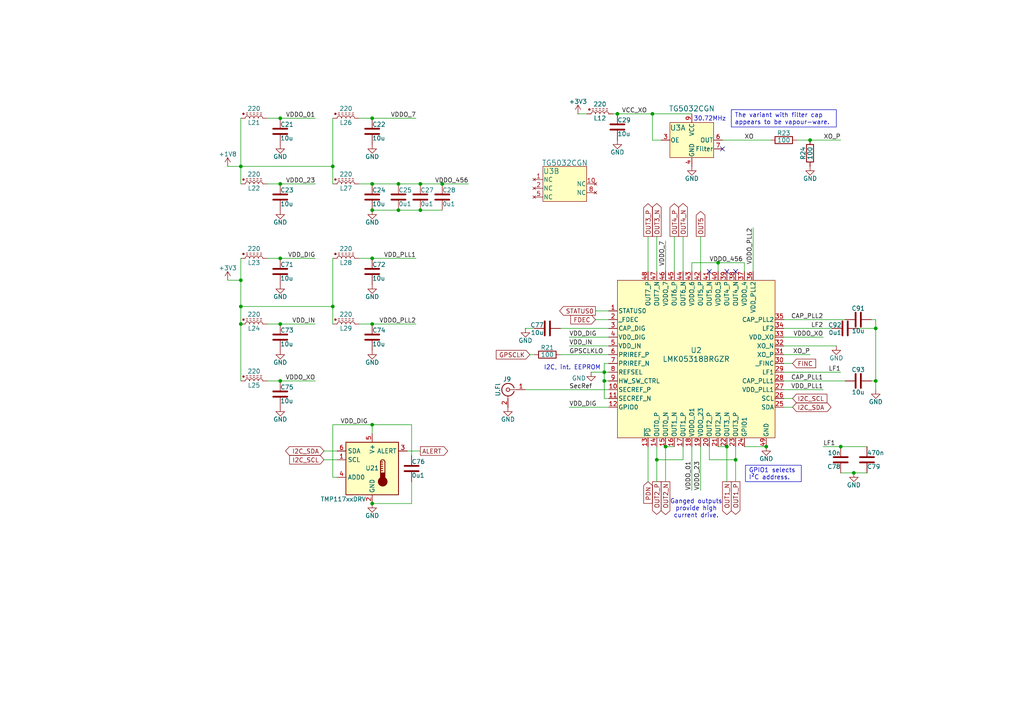
<source format=kicad_sch>
(kicad_sch (version 20250114) (generator "eeschema") (generator_version "9.0")
  (paper "A4")
  (lib_symbols
    (symbol "Connector:Conn_Coaxial" (pin_names (offset 1.016) (hide yes))
      (property "Reference" "J" (at 0.254 3.048 0))
      (property "Value" "Conn_Coaxial" (at 2.921 0 90))
      (symbol "Conn_Coaxial_0_1"
        (polyline (pts (xy -2.54 0) (xy -0.508 0)))
        (arc (start 1.778 0) (mid 0.222 -1.8079) (end -1.778 -0.508) (stroke (width 0.254)))
        (arc (start -1.778 0.508) (mid 0.2221 1.8084) (end 1.778 0) (stroke (width 0.254)))
        (circle (center 0 0) (radius 0.508) (stroke (width 0.2032)))
        (polyline (pts (xy 0 -2.54) (xy 0 -1.778)))
      )
      (symbol "Conn_Coaxial_1_1"
        (pin passive line (at -5.08 0 0) (length 2.54) (name "In") (number "1"))
        (pin passive line (at 0 -5.08 90) (length 2.54) (name "Ext") (number "2"))
      )
    )
    (symbol "Device:C" (pin_numbers (hide yes)) (pin_names (offset 0.254))
      (property "Reference" "C" (at 0.635 2.54 0))
      (property "Value" "C" (at 0.635 -2.54 0))
      (symbol "C_0_1"
        (polyline (pts (xy -2.032 0.762) (xy 2.032 0.762)) (stroke (width 0.508)))
        (polyline (pts (xy -2.032 -0.762) (xy 2.032 -0.762)) (stroke (width 0.508)))
      )
      (symbol "C_1_1"
        (pin passive line (at 0 3.81 270) (length 2.794) (name "~") (number "1"))
        (pin passive line (at 0 -3.81 90) (length 2.794) (name "~") (number "2"))
      )
    )
    (symbol "Device:R" (pin_numbers (hide yes)) (pin_names (offset 0))
      (property "Reference" "R" (at 2.032 0 90))
      (property "Value" "R" (at 0 0 90))
      (symbol "R_0_1"
        (rectangle (start -1.016 -2.54) (end 1.016 2.54) (stroke (width 0.254)))
      )
      (symbol "R_1_1"
        (pin passive line (at 0 3.81 270) (length 1.27) (name "~") (number "1"))
        (pin passive line (at 0 -3.81 90) (length 1.27) (name "~") (number "2"))
      )
    )
    (symbol "Parts:LMK05318BRGZR" (pin_names (offset 0.254))
      (property "Reference" "U" (at 0 2.54 0))
      (property "Value" "LMK05318BRGZR" (at 0 0 0))
      (symbol "LMK05318BRGZR_0_1"
        (pin bidirectional line (at -25.4 13.97 0) (length 2.54) (name "STATUS0") (number "1"))
        (pin power_in line (at -25.4 6.35 0) (length 2.54) (name "VDD_DIG") (number "4"))
        (pin power_in line (at -25.4 3.81 0) (length 2.54) (name "VDD_IN") (number "5"))
        (pin input line (at -25.4 1.27 0) (length 2.54) (name "PRIREF_P") (number "6"))
        (pin input line (at -25.4 -1.27 0) (length 2.54) (name "PRIREF_N") (number "7"))
        (pin input line (at -25.4 -3.81 0) (length 2.54) (name "REFSEL") (number "8"))
        (pin input line (at -25.4 -6.35 0) (length 2.54) (name "HW_SW_CTRL") (number "9"))
        (pin input line (at -25.4 -8.89 0) (length 2.54) (name "SECREF_P") (number "10"))
        (pin input line (at -25.4 -11.43 0) (length 2.54) (name "SECREF_N") (number "11"))
        (pin output line (at -13.97 25.4 270) (length 2.54) (name "OUT7_P") (number "48"))
        (pin output line (at -11.43 25.4 270) (length 2.54) (name "OUT7_N") (number "47"))
        (pin output line (at -11.43 -25.4 90) (length 2.54) (name "OUT0_P") (number "14"))
        (pin power_in line (at -8.89 25.4 270) (length 2.54) (name "VDDO_7") (number "46"))
        (pin output line (at -8.89 -25.4 90) (length 2.54) (name "OUT0_N") (number "15"))
        (pin output line (at -6.35 25.4 270) (length 2.54) (name "OUT6_P") (number "45"))
        (pin output line (at -6.35 -25.4 90) (length 2.54) (name "OUT1_N") (number "16"))
        (pin output line (at -3.81 25.4 270) (length 2.54) (name "OUT6_N") (number "44"))
        (pin output line (at -3.81 -25.4 90) (length 2.54) (name "OUT1_P") (number "17"))
        (pin power_in line (at -1.27 25.4 270) (length 2.54) (name "VDDO_6") (number "43"))
        (pin power_in line (at -1.27 -25.4 90) (length 2.54) (name "VDDO_01") (number "18"))
        (pin output line (at 1.27 25.4 270) (length 2.54) (name "OUT5_P") (number "42"))
        (pin power_in line (at 1.27 -25.4 90) (length 2.54) (name "VDDO_23") (number "19"))
        (pin output line (at 3.81 25.4 270) (length 2.54) (name "OUT5_N") (number "41"))
        (pin output line (at 3.81 -25.4 90) (length 2.54) (name "OUT2_P") (number "20"))
        (pin power_in line (at 6.35 25.4 270) (length 2.54) (name "VDDO_5") (number "40"))
        (pin output line (at 6.35 -25.4 90) (length 2.54) (name "OUT2_N") (number "21"))
        (pin output line (at 8.89 25.4 270) (length 2.54) (name "OUT4_P") (number "39"))
        (pin output line (at 8.89 -25.4 90) (length 2.54) (name "OUT3_N") (number "22"))
        (pin output line (at 11.43 25.4 270) (length 2.54) (name "OUT4_N") (number "38"))
        (pin output line (at 11.43 -25.4 90) (length 2.54) (name "OUT3_P") (number "23"))
        (pin power_in line (at 13.97 25.4 270) (length 2.54) (name "VDDO_4") (number "37"))
        (pin power_in line (at 16.51 25.4 270) (length 2.54) (name "VDD_PLL2") (number "36"))
        (pin power_in line (at 25.4 6.35 180) (length 2.54) (name "VDD_XO") (number "33"))
        (pin input line (at 25.4 3.81 180) (length 2.54) (name "XO_N") (number "32"))
        (pin input line (at 25.4 1.27 180) (length 2.54) (name "XO_P") (number "31"))
        (pin power_in line (at 25.4 -8.89 180) (length 2.54) (name "VDD_PLL1") (number "27"))
      )
      (symbol "LMK05318BRGZR_1_1"
        (rectangle (start -22.86 22.86) (end 22.86 -22.86) (fill (type background)))
        (pin bidirectional line (at -25.4 11.43 0) (length 2.54) (name "STATUS1") (number "2") (alternate "_FDEC" bidirectional line))
        (pin bidirectional line (at -25.4 8.89 0) (length 2.54) (name "CAP_DIG") (number "3"))
        (pin input line (at -25.4 -13.97 0) (length 2.54) (name "GPIO0") (number "12"))
        (pin input line (at -13.97 -25.4 90) (length 2.54) (name "~{PD}") (number "13"))
        (pin bidirectional line (at 13.97 -25.4 90) (length 2.54) (name "GPIO1") (number "24"))
        (pin power_in line (at 20.32 -25.4 90) (length 2.54) (name "GND") (number "49"))
        (pin bidirectional line (at 25.4 11.43 180) (length 2.54) (name "CAP_PLL2") (number "35"))
        (pin bidirectional line (at 25.4 8.89 180) (length 2.54) (name "LF2") (number "34"))
        (pin bidirectional line (at 25.4 -1.27 180) (length 2.54) (name "GPIO2") (number "30") (alternate "_FINC" input line))
        (pin bidirectional line (at 25.4 -3.81 180) (length 2.54) (name "LF1") (number "29"))
        (pin bidirectional line (at 25.4 -6.35 180) (length 2.54) (name "CAP_PLL1") (number "28"))
        (pin input line (at 25.4 -11.43 180) (length 2.54) (name "SCL") (number "26"))
        (pin bidirectional line (at 25.4 -13.97 180) (length 2.54) (name "SDA") (number "25"))
      )
    )
    (symbol "Parts:L_Ferrite_Power" (pin_numbers (hide yes)) (pin_names (offset 1.016) (hide yes))
      (property "Reference" "L" (at -1.27 0 90))
      (property "Value" "L_Ferrite_Power" (at 2.794 0 90))
      (symbol "L_Ferrite_Power_0_1"
        (arc (start 0 2.54) (mid 0.6323 1.905) (end 0 1.27))
        (arc (start 0 1.27) (mid 0.6323 0.635) (end 0 0))
        (arc (start 0 0) (mid 0.6323 -0.635) (end 0 -1.27))
        (arc (start 0 -1.27) (mid 0.6323 -1.905) (end 0 -2.54))
        (polyline (pts (xy 1.016 1.778) (xy 1.016 2.286)))
        (polyline (pts (xy 1.016 0.762) (xy 1.016 1.27)))
        (polyline (pts (xy 1.016 -0.254) (xy 1.016 0.254)))
        (polyline (pts (xy 1.016 -1.27) (xy 1.016 -0.762)))
        (polyline (pts (xy 1.016 -2.286) (xy 1.016 -1.778)))
        (circle (center 1.27 3.048) (radius 0.254) (fill (type outline)))
        (polyline (pts (xy 1.524 2.286) (xy 1.524 1.778)))
        (polyline (pts (xy 1.524 1.27) (xy 1.524 0.762)))
        (polyline (pts (xy 1.524 0.254) (xy 1.524 -0.254)))
        (polyline (pts (xy 1.524 -0.762) (xy 1.524 -1.27)))
        (polyline (pts (xy 1.524 -1.778) (xy 1.524 -2.286)))
      )
      (symbol "L_Ferrite_Power_1_1"
        (pin power_in line (at 0 3.81 270) (length 1.27) (name "1") (number "1"))
        (pin power_out line (at 0 -3.81 90) (length 1.27) (name "2") (number "2"))
      )
    )
    (symbol "Parts:TG5032CGN" (pin_names (offset 0.127))
      (property "Reference" "U?" (at -6.35 4.572 0))
      (property "Value" "TG5032CGN" (at 6.858 6.096 0))
      (symbol "TG5032CGN_1_1"
        (rectangle (start -6.35 5.08) (end 6.35 -5.08) (fill (type background)))
        (pin input line (at -8.89 0 0) (length 2.54) (name "OE") (number "3"))
        (pin power_in line (at 0 7.62 270) (length 2.54) (name "VCC") (number "9"))
        (pin power_in line (at 0 -7.62 90) (length 2.54) (name "GND") (number "4"))
        (pin output line (at 8.89 0 180) (length 2.54) (name "OUT") (number "6"))
        (pin passive line (at 8.89 -2.54 180) (length 2.54) (name "Filter") (number "7"))
      )
      (symbol "TG5032CGN_2_1"
        (rectangle (start -6.35 5.08) (end 6.35 -5.08) (fill (type background)))
        (pin no_connect line (at -8.89 1.27 0) (length 2.54) (name "NC") (number "1"))
        (pin no_connect line (at -8.89 -1.27 0) (length 2.54) (name "NC") (number "2"))
        (pin no_connect line (at -8.89 -3.81 0) (length 2.54) (name "NC") (number "5"))
        (pin no_connect line (at 8.89 0 180) (length 2.54) (name "NC") (number "10"))
        (pin no_connect line (at 8.89 -2.54 180) (length 2.54) (name "NC") (number "8"))
      )
    )
    (symbol "Parts:TMP117xxDRV"
      (property "Reference" "U" (at -2.54 10.795 0))
      (property "Value" "TMP117xxDRV" (at -2.54 8.89 0))
      (symbol "TMP117xxDRV_1_1"
        (rectangle (start -7.62 7.62) (end 7.62 -7.62) (stroke (width 0.254)) (fill (type background)))
        (polyline (pts (xy 2.413 1.905) (xy 2.413 -1.27)) (stroke (width 0.254)))
        (polyline (pts (xy 2.413 1.905) (xy 3.048 1.905)) (stroke (width 0.254)))
        (polyline (pts (xy 2.413 1.27) (xy 3.048 1.27)) (stroke (width 0.254)))
        (polyline (pts (xy 2.413 0.635) (xy 3.048 0.635)) (stroke (width 0.254)))
        (polyline (pts (xy 2.413 0) (xy 3.048 0)) (stroke (width 0.254)))
        (polyline (pts (xy 2.413 -0.635) (xy 3.048 -0.635)) (stroke (width 0.254)))
        (arc (start 2.413 1.905) (mid 3.048 2.5373) (end 3.683 1.905) (stroke (width 0.254)))
        (circle (center 3.048 -3.81) (radius 1.27) (stroke (width 0.254)) (fill (type outline)))
        (polyline (pts (xy 3.683 1.905) (xy 3.683 -1.27)) (stroke (width 0.254)))
        (rectangle (start 3.683 -3.175) (end 2.413 -1.27) (stroke (width 0.254)) (fill (type outline)))
        (pin bidirectional line (at -10.16 5.08 0) (length 2.54) (name "SDA") (number "6"))
        (pin input line (at -10.16 2.54 0) (length 2.54) (name "SCL") (number "1"))
        (pin input line (at -10.16 -2.54 0) (length 2.54) (name "ADD0") (number "4"))
        (pin power_in line (at 0 10.16 270) (length 2.54) (name "V+") (number "5"))
        (pin power_in line (at 0 -10.16 90) (length 2.54) (name "GND") (number "2"))
        (pin passive line (at 0 -10.16 90) (length 2.54) (hide yes) (name "GND") (number "7"))
        (pin open_collector line (at 10.16 5.08 180) (length 2.54) (name "ALERT") (number "3"))
      )
    )
    (symbol "power:+1V8" (power) (pin_numbers (hide yes)) (pin_names (offset 0) (hide yes))
      (property "Value" "+1V8" (at 0 3.556 0))
      (symbol "+1V8_0_1"
        (polyline (pts (xy -0.762 1.27) (xy 0 2.54)))
        (polyline (pts (xy 0 2.54) (xy 0.762 1.27)))
        (polyline (pts (xy 0 0) (xy 0 2.54)))
      )
      (symbol "+1V8_1_1"
        (pin power_in line (at 0 0 90) (length 0) (name "~") (number "1"))
      )
    )
    (symbol "power:+3V3" (power) (pin_numbers (hide yes)) (pin_names (offset 0) (hide yes))
      (property "Value" "+3V3" (at 0 3.556 0))
      (symbol "+3V3_0_1"
        (polyline (pts (xy -0.762 1.27) (xy 0 2.54)))
        (polyline (pts (xy 0 2.54) (xy 0.762 1.27)))
        (polyline (pts (xy 0 0) (xy 0 2.54)))
      )
      (symbol "+3V3_1_1"
        (pin power_in line (at 0 0 90) (length 0) (name "~") (number "1"))
      )
    )
    (symbol "power:GND" (power) (pin_numbers (hide yes)) (pin_names (offset 0) (hide yes))
      (property "Value" "GND" (at 0 -3.81 0))
      (symbol "GND_0_1"
        (polyline (pts (xy 0 0) (xy 0 -1.27) (xy 1.27 -1.27) (xy 0 -2.54) (xy -1.27 -1.27) (xy 0 -1.27)))
      )
      (symbol "GND_1_1"
        (pin power_in line (at 0 0 270) (length 0) (name "~") (number "1"))
      )
    )
  )
  (text "I2C, int. EEPROM" (at 174.244 107.442 0) (effects (font (size 1.27 1.27)) (justify right bottom)))
  (text "Ganged outputs\nprovide high\ncurrent drive.\n" (at 201.93 147.574 0) (effects (font (size 1.27 1.27))))
  (text "30.72MHz" (at 201.168 33.782 0) (effects (font (size 1.27 1.27)) (justify left top)))
  (text_box "GPIO1 selects I²C address." (at 216.2175 134.9319 0) (size 16.1924 4.768) (margins 0.9525 0.9525 0.9525 0.9525) (effects (font (size 1.27 1.27)) (justify left)))
  (text_box "The variant with filter cap appears to be vapour-ware." (at 212.1153 31.8079 0) (size 30.4547 5.0221) (margins 0.9525 0.9525 0.9525 0.9525) (effects (font (size 1.27 1.27)) (justify left)))
  (junction (at 69.85 93.98))
  (junction (at 107.95 53.34))
  (junction (at 190.5 133.35))
  (junction (at 107.95 146.05))
  (junction (at 193.04 129.54))
  (junction (at 107.95 34.29))
  (junction (at 179.07 33.02))
  (junction (at 69.85 48.26))
  (junction (at 107.95 60.96))
  (junction (at 81.28 110.49))
  (junction (at 128.27 53.34))
  (junction (at 81.28 74.93))
  (junction (at 175.26 110.49))
  (junction (at 210.82 129.54))
  (junction (at 247.65 137.16))
  (junction (at 208.28 76.2))
  (junction (at 81.28 34.29))
  (junction (at 189.23 33.02))
  (junction (at 175.26 107.95))
  (junction (at 107.95 74.93))
  (junction (at 213.36 133.35))
  (junction (at 254 95.25))
  (junction (at 96.52 48.26))
  (junction (at 69.85 88.9))
  (junction (at 234.95 40.64))
  (junction (at 121.92 60.96))
  (junction (at 81.28 53.34))
  (junction (at 222.25 129.54))
  (junction (at 115.57 53.34))
  (junction (at 243.84 129.54))
  (junction (at 107.95 123.19))
  (junction (at 81.28 93.98))
  (junction (at 121.92 53.34))
  (junction (at 254 110.49))
  (junction (at 96.52 88.9))
  (junction (at 69.85 81.28))
  (junction (at 115.57 60.96))
  (junction (at 107.95 93.98))
  (no_connect (at 213.36 78.74))
  (no_connect (at 209.55 43.18))
  (no_connect (at 205.74 78.74))
  (no_connect (at 210.82 78.74))
  (wire (pts (xy 189.23 33.02) (xy 200.66 33.02)))
  (wire (pts (xy 208.28 129.54) (xy 210.82 129.54)))
  (wire (pts (xy 69.85 93.98) (xy 69.85 110.49)))
  (wire (pts (xy 66.04 81.28) (xy 69.85 81.28)))
  (wire (pts (xy 96.52 53.34) (xy 96.52 48.26)))
  (wire (pts (xy 104.14 34.29) (xy 107.95 34.29)))
  (wire (pts (xy 200.66 129.54) (xy 200.66 142.24)))
  (wire (pts (xy 172.72 90.17) (xy 176.53 90.17)))
  (wire (pts (xy 96.52 88.9) (xy 69.85 88.9)))
  (wire (pts (xy 231.14 40.64) (xy 234.95 40.64)))
  (wire (pts (xy 162.56 102.87) (xy 176.53 102.87)))
  (wire (pts (xy 121.92 130.81) (xy 118.11 130.81)))
  (wire (pts (xy 121.92 60.96) (xy 128.27 60.96)))
  (wire (pts (xy 227.33 102.87) (xy 234.95 102.87)))
  (wire (pts (xy 96.52 93.98) (xy 96.52 88.9)))
  (wire (pts (xy 189.23 40.64) (xy 189.23 33.02)))
  (wire (pts (xy 190.5 129.54) (xy 190.5 133.35)))
  (wire (pts (xy 81.28 53.34) (xy 91.44 53.34)))
  (wire (pts (xy 77.47 74.93) (xy 81.28 74.93)))
  (wire (pts (xy 198.12 133.35) (xy 198.12 129.54)))
  (wire (pts (xy 81.28 34.29) (xy 91.44 34.29)))
  (wire (pts (xy 195.58 78.74) (xy 195.58 68.58)))
  (wire (pts (xy 107.95 123.19) (xy 119.38 123.19)))
  (wire (pts (xy 66.04 48.26) (xy 69.85 48.26)))
  (wire (pts (xy 252.73 110.49) (xy 254 110.49)))
  (wire (pts (xy 213.36 133.35) (xy 213.36 139.7)))
  (wire (pts (xy 190.5 133.35) (xy 190.5 139.7)))
  (wire (pts (xy 215.9 78.74) (xy 215.9 76.2)))
  (wire (pts (xy 190.5 133.35) (xy 198.12 133.35)))
  (wire (pts (xy 135.89 53.34) (xy 128.27 53.34)))
  (wire (pts (xy 252.73 92.71) (xy 254 92.71)))
  (wire (pts (xy 69.85 74.93) (xy 69.85 81.28)))
  (wire (pts (xy 227.33 113.03) (xy 238.76 113.03)))
  (wire (pts (xy 200.66 76.2) (xy 200.66 78.74)))
  (wire (pts (xy 175.26 107.95) (xy 175.26 110.49)))
  (wire (pts (xy 175.26 115.57) (xy 175.26 110.49)))
  (wire (pts (xy 179.07 33.02) (xy 189.23 33.02)))
  (wire (pts (xy 175.26 110.49) (xy 176.53 110.49)))
  (wire (pts (xy 96.52 123.19) (xy 107.95 123.19)))
  (wire (pts (xy 152.4 113.03) (xy 176.53 113.03)))
  (wire (pts (xy 176.53 97.79) (xy 165.1 97.79)))
  (wire (pts (xy 96.52 138.43) (xy 96.52 123.19)))
  (wire (pts (xy 193.04 129.54) (xy 195.58 129.54)))
  (wire (pts (xy 175.26 107.95) (xy 176.53 107.95)))
  (wire (pts (xy 171.45 107.95) (xy 175.26 107.95)))
  (wire (pts (xy 69.85 88.9) (xy 69.85 93.98)))
  (wire (pts (xy 243.84 137.16) (xy 247.65 137.16)))
  (wire (pts (xy 107.95 34.29) (xy 120.65 34.29)))
  (wire (pts (xy 238.76 129.54) (xy 243.84 129.54)))
  (wire (pts (xy 107.95 60.96) (xy 115.57 60.96)))
  (wire (pts (xy 96.52 34.29) (xy 96.52 48.26)))
  (wire (pts (xy 104.14 53.34) (xy 107.95 53.34)))
  (wire (pts (xy 153.67 102.87) (xy 154.94 102.87)))
  (wire (pts (xy 243.84 129.54) (xy 251.46 129.54)))
  (wire (pts (xy 97.79 138.43) (xy 96.52 138.43)))
  (wire (pts (xy 107.95 74.93) (xy 120.65 74.93)))
  (wire (pts (xy 205.74 129.54) (xy 205.74 133.35)))
  (wire (pts (xy 121.92 53.34) (xy 128.27 53.34)))
  (wire (pts (xy 227.33 95.25) (xy 241.3 95.25)))
  (wire (pts (xy 208.28 78.74) (xy 208.28 76.2)))
  (wire (pts (xy 96.52 74.93) (xy 96.52 88.9)))
  (wire (pts (xy 227.33 110.49) (xy 245.11 110.49)))
  (wire (pts (xy 227.33 97.79) (xy 238.76 97.79)))
  (wire (pts (xy 69.85 48.26) (xy 69.85 53.34)))
  (wire (pts (xy 254 113.03) (xy 254 110.49)))
  (wire (pts (xy 77.47 93.98) (xy 81.28 93.98)))
  (wire (pts (xy 115.57 60.96) (xy 121.92 60.96)))
  (wire (pts (xy 77.47 53.34) (xy 81.28 53.34)))
  (wire (pts (xy 96.52 48.26) (xy 69.85 48.26)))
  (wire (pts (xy 227.33 100.33) (xy 242.57 100.33)))
  (wire (pts (xy 81.28 93.98) (xy 91.44 93.98)))
  (wire (pts (xy 176.53 115.57) (xy 175.26 115.57)))
  (wire (pts (xy 107.95 93.98) (xy 120.65 93.98)))
  (wire (pts (xy 213.36 133.35) (xy 205.74 133.35)))
  (wire (pts (xy 210.82 129.54) (xy 210.82 139.7)))
  (wire (pts (xy 187.96 139.7) (xy 187.96 129.54)))
  (wire (pts (xy 247.65 137.16) (xy 251.46 137.16)))
  (wire (pts (xy 119.38 139.7) (xy 119.38 146.05)))
  (wire (pts (xy 176.53 100.33) (xy 165.1 100.33)))
  (wire (pts (xy 227.33 107.95) (xy 243.84 107.95)))
  (wire (pts (xy 229.87 118.11) (xy 227.33 118.11)))
  (wire (pts (xy 254 92.71) (xy 254 95.25)))
  (wire (pts (xy 254 95.25) (xy 254 110.49)))
  (wire (pts (xy 229.87 115.57) (xy 227.33 115.57)))
  (wire (pts (xy 77.47 110.49) (xy 81.28 110.49)))
  (wire (pts (xy 193.04 129.54) (xy 193.04 139.7)))
  (wire (pts (xy 213.36 129.54) (xy 213.36 133.35)))
  (wire (pts (xy 234.95 40.64) (xy 243.84 40.64)))
  (wire (pts (xy 229.87 105.41) (xy 227.33 105.41)))
  (wire (pts (xy 107.95 123.19) (xy 107.95 125.73)))
  (wire (pts (xy 175.26 105.41) (xy 175.26 107.95)))
  (wire (pts (xy 107.95 53.34) (xy 115.57 53.34)))
  (wire (pts (xy 119.38 123.19) (xy 119.38 132.08)))
  (wire (pts (xy 77.47 34.29) (xy 81.28 34.29)))
  (wire (pts (xy 104.14 93.98) (xy 107.95 93.98)))
  (wire (pts (xy 190.5 78.74) (xy 190.5 68.58)))
  (wire (pts (xy 215.9 129.54) (xy 222.25 129.54)))
  (wire (pts (xy 69.85 34.29) (xy 69.85 48.26)))
  (wire (pts (xy 162.56 95.25) (xy 176.53 95.25)))
  (wire (pts (xy 193.04 78.74) (xy 193.04 69.85)))
  (wire (pts (xy 218.44 78.74) (xy 218.44 66.04)))
  (wire (pts (xy 69.85 81.28) (xy 69.85 88.9)))
  (wire (pts (xy 172.72 92.71) (xy 176.53 92.71)))
  (wire (pts (xy 203.2 68.58) (xy 203.2 78.74)))
  (wire (pts (xy 93.98 133.35) (xy 97.79 133.35)))
  (wire (pts (xy 177.8 33.02) (xy 179.07 33.02)))
  (wire (pts (xy 167.64 33.02) (xy 170.18 33.02)))
  (wire (pts (xy 81.28 74.93) (xy 91.44 74.93)))
  (wire (pts (xy 175.26 105.41) (xy 176.53 105.41)))
  (wire (pts (xy 215.9 76.2) (xy 208.28 76.2)))
  (wire (pts (xy 104.14 74.93) (xy 107.95 74.93)))
  (wire (pts (xy 203.2 129.54) (xy 203.2 142.24)))
  (wire (pts (xy 227.33 92.71) (xy 245.11 92.71)))
  (wire (pts (xy 198.12 78.74) (xy 198.12 68.58)))
  (wire (pts (xy 152.4 95.25) (xy 154.94 95.25)))
  (wire (pts (xy 248.92 95.25) (xy 254 95.25)))
  (wire (pts (xy 81.28 110.49) (xy 91.44 110.49)))
  (wire (pts (xy 165.1 118.11) (xy 176.53 118.11)))
  (wire (pts (xy 187.96 78.74) (xy 187.96 68.58)))
  (wire (pts (xy 115.57 53.34) (xy 121.92 53.34)))
  (wire (pts (xy 189.23 40.64) (xy 191.77 40.64)))
  (wire (pts (xy 209.55 40.64) (xy 223.52 40.64)))
  (wire (pts (xy 200.66 76.2) (xy 208.28 76.2)))
  (wire (pts (xy 107.95 146.05) (xy 119.38 146.05)))
  (wire (pts (xy 93.98 130.81) (xy 97.79 130.81)))
  (label "XO" (at 215.9 40.64 0))
  (label "VDDO_01" (at 200.66 142.24 90))
  (label "LF1" (at 238.76 129.54 0))
  (label "GPSCLKLO" (at 165.1 102.87 0))
  (label "VDDO_23" (at 91.44 53.34 180))
  (label "VDDO_456" (at 135.89 53.34 180))
  (label "VDD_DIG" (at 165.1 97.79 0))
  (label "SecRef" (at 165.1 113.03 0))
  (label "VDD_DIG" (at 106.68 123.19 180))
  (label "VDDO_PLL2" (at 218.44 66.04 270))
  (label "LF2" (at 238.76 95.25 180))
  (label "CAP_PLL2" (at 238.76 92.71 180))
  (label "VDDO_XO" (at 91.44 110.49 180))
  (label "VDD_DIG" (at 165.1 118.11 0))
  (label "VDDO_456" (at 205.74 76.2 0))
  (label "CAP_PLL1" (at 238.76 110.49 180))
  (label "VDDO_01" (at 91.44 34.29 180))
  (label "VDDO_XO" (at 238.76 97.79 180))
  (label "XO_P" (at 234.95 102.87 180))
  (label "VDD_PLL1" (at 238.76 113.03 180))
  (label "VDDO_23" (at 203.2 142.24 90))
  (label "VDD_IN" (at 91.44 93.98 180))
  (label "XO_P" (at 243.84 40.64 180))
  (label "VDD_PLL1" (at 120.65 74.93 180))
  (label "VDD_IN" (at 165.1 100.33 0))
  (label "VDDO_PLL2" (at 120.65 93.98 180))
  (label "LF1" (at 243.84 107.95 180))
  (label "VCC_XO" (at 180.34 33.02 0))
  (label "VDDO_7" (at 193.04 69.85 270))
  (label "VDDO_7" (at 120.65 34.29 180))
  (label "VDD_DIG" (at 91.44 74.93 180))
  (global_label "ALERT" (shape output) (at 121.92 130.81 0) (property "Intersheetrefs" "${INTERSHEET_REFS}" (at 132.4647 130.81 0) (effects (justify left))))
  (global_label "OUT1_P" (shape output) (at 213.36 139.7 270) (property "Intersheetrefs" "${INTERSHEET_REFS}" (at 213.36 149.8214 90) (effects (justify right))))
  (global_label "GPSCLK" (shape input) (at 153.67 102.87 180) (property "Intersheetrefs" "${INTERSHEET_REFS}" (at 143.3672 102.87 0) (effects (justify right))))
  (global_label "OUT4_N" (shape output) (at 198.12 68.58 90) (property "Intersheetrefs" "${INTERSHEET_REFS}" (at 198.12 59.4867 90) (effects (justify left))))
  (global_label "I2C_SDA" (shape bidirectional) (at 229.87 118.11 0) (property "Intersheetrefs" "${INTERSHEET_REFS}" (at 240.4752 118.11 0) (effects (justify left))))
  (global_label "OUT2_N" (shape output) (at 193.04 139.7 270) (property "Intersheetrefs" "${INTERSHEET_REFS}" (at 193.04 149.8214 90) (effects (justify right))))
  (global_label "I2C_SDA" (shape bidirectional) (at 93.98 130.81 180) (property "Intersheetrefs" "${INTERSHEET_REFS}" (at 83.3748 130.81 0) (effects (justify right))))
  (global_label "OUT3_N" (shape output) (at 190.5 68.58 90) (property "Intersheetrefs" "${INTERSHEET_REFS}" (at 190.5 58.4586 90) (effects (justify left))))
  (global_label "OUT4_P" (shape output) (at 195.58 68.58 90) (property "Intersheetrefs" "${INTERSHEET_REFS}" (at 195.58 59.4867 90) (effects (justify left))))
  (global_label "OUT1_N" (shape output) (at 210.82 139.7 270) (property "Intersheetrefs" "${INTERSHEET_REFS}" (at 210.82 149.7609 90) (effects (justify right))))
  (global_label "OUT5" (shape output) (at 203.2 68.58 90) (property "Intersheetrefs" "${INTERSHEET_REFS}" (at 203.2 60.7567 90) (effects (justify left))))
  (global_label "I2C_SCL" (shape input) (at 93.98 133.35 180) (property "Intersheetrefs" "${INTERSHEET_REFS}" (at 83.4353 133.35 0) (effects (justify right))))
  (global_label "PDN" (shape input) (at 187.96 139.7 270) (property "Intersheetrefs" "${INTERSHEET_REFS}" (at 187.96 146.5557 90) (effects (justify right))))
  (global_label "I2C_SCL" (shape input) (at 229.87 115.57 0) (property "Intersheetrefs" "${INTERSHEET_REFS}" (at 240.4147 115.57 0) (effects (justify left))))
  (global_label "OUT2_P" (shape output) (at 190.5 139.7 270) (property "Intersheetrefs" "${INTERSHEET_REFS}" (at 190.5 149.7609 90) (effects (justify right))))
  (global_label "FINC" (shape input) (at 229.87 105.41 0) (property "Intersheetrefs" "${INTERSHEET_REFS}" (at 237.1491 105.41 0) (effects (justify left))))
  (global_label "OUT3_P" (shape output) (at 187.96 68.58 90) (property "Intersheetrefs" "${INTERSHEET_REFS}" (at 187.96 58.5191 90) (effects (justify left))))
  (global_label "FDEC" (shape input) (at 172.72 92.71 180) (property "Intersheetrefs" "${INTERSHEET_REFS}" (at 164.9572 92.71 0) (effects (justify right))))
  (global_label "STATUS0" (shape output) (at 172.72 90.17 180) (property "Intersheetrefs" "${INTERSHEET_REFS}" (at 161.752 90.17 0) (effects (justify right))))
  (symbol (lib_id "Device:C") (at 81.28 114.3 0) (unit 1)
    (property "Reference" "C75" (at 81.28 113.03 0) (effects (justify left bottom)))
    (property "Value" "10u" (at 81.28 115.57 0) (effects (justify left top)))
    (property "Footprint" "Capacitor_SMD:C_0402_1005Metric" (effects (hide yes)))
    (property "Description" "Unpolarized capacitor" (effects (hide yes)))
    (property "LCSC" "C15525" (effects (hide yes)))
  )
  (symbol (lib_id "Device:C") (at 107.95 57.15 0) (unit 1)
    (property "Reference" "C24" (at 107.95 55.88 0) (effects (justify left bottom)))
    (property "Value" "10u" (at 107.95 58.42 0) (effects (justify left top)))
    (property "Footprint" "Capacitor_SMD:C_0402_1005Metric" (effects (hide yes)))
    (property "Description" "Unpolarized capacitor" (effects (hide yes)))
    (property "LCSC" "C15525" (effects (hide yes)))
  )
  (symbol (lib_id "power:GND") (at 107.95 146.05 0) (unit 1)
    (property "Reference" "#PWR022" (effects (hide yes)))
    (property "Value" "GND" (at 107.95 148.844 0) (effects (justify top)))
    (property "Description" "Power symbol creates a global label with name \"GND\" , ground" (effects (hide yes)))
  )
  (symbol (lib_id "power:GND") (at 152.4 95.25 0) (unit 1)
    (property "Reference" "#PWR023" (effects (hide yes)))
    (property "Value" "GND" (at 152.4 98.044 0) (effects (justify top)))
    (property "Description" "Power symbol creates a global label with name \"GND\" , ground" (effects (hide yes)))
  )
  (symbol (lib_id "Device:C") (at 248.92 92.71 270) (mirror x) (unit 1)
    (property "Reference" "C91" (at 248.92 90.17 90) (effects (justify top)))
    (property "Value" "10u" (at 248.92 95.25 90) (effects (justify bottom)))
    (property "Footprint" "Capacitor_SMD:C_0402_1005Metric" (effects (hide yes)))
    (property "Description" "Unpolarized capacitor" (effects (hide yes)))
    (property "LCSC" "C15525" (effects (hide yes)))
  )
  (symbol (lib_id "power:GND") (at 107.95 101.6 0) (unit 1)
    (property "Reference" "#PWR021" (effects (hide yes)))
    (property "Value" "GND" (at 107.95 104.394 0) (effects (justify top)))
    (property "Description" "Power symbol creates a global label with name \"GND\" , ground" (effects (hide yes)))
  )
  (symbol (lib_id "power:GND") (at 179.07 40.64 0) (unit 1)
    (property "Reference" "#PWR027" (effects (hide yes)))
    (property "Value" "GND" (at 179.07 43.434 0) (effects (justify top)))
    (property "Description" "Power symbol creates a global label with name \"GND\" , ground" (effects (hide yes)))
  )
  (symbol (lib_id "Parts:TMP117xxDRV") (at 107.95 135.89 0) (unit 1) (in_bom no)
    (property "Reference" "U21" (at 107.95 135.763 0))
    (property "Value" "TMP117xxDRV" (at 106.172 144.78 0) (effects (justify right)))
    (property "Footprint" "Package_SON:WSON-6-1EP_2x2mm_P0.65mm_EP1x1.6mm" (effects (hide yes)))
    (property "Datasheet" "https://www.ti.com/lit/ds/symlink/tmp117.pdf" (effects (hide yes)))
    (property "Description" "Digital Temperature Sensor with I2C/SMBus Interface, 16 bits, ±0.3°C, one-shot conversion, alert, nist traceable, EEPROM, WSON" (effects (hide yes)))
  )
  (symbol (lib_id "Device:C") (at 248.92 110.49 270) (mirror x) (unit 1)
    (property "Reference" "C93" (at 248.92 107.95 90) (effects (justify top)))
    (property "Value" "10u" (at 248.92 113.03 90) (effects (justify bottom)))
    (property "Footprint" "Capacitor_SMD:C_0402_1005Metric" (effects (hide yes)))
    (property "Description" "Unpolarized capacitor" (effects (hide yes)))
    (property "LCSC" "C15525" (effects (hide yes)))
  )
  (symbol (lib_id "Parts:L_Ferrite_Power") (at 73.66 110.49 90) (unit 1)
    (property "Reference" "L25" (at 73.66 111.76 90))
    (property "Value" "220" (at 73.66 107.696 90))
    (property "Footprint" "Inductor_SMD:L_0603_1608Metric" (effects (hide yes)))
    (property "Description" "Inductor with ferrite core" (effects (hide yes)))
    (property "LCSC" "C14709" (effects (hide yes)))
  )
  (symbol (lib_id "Parts:L_Ferrite_Power") (at 100.33 93.98 90) (unit 1)
    (property "Reference" "L29" (at 100.33 95.25 90))
    (property "Value" "220" (at 100.33 91.186 90))
    (property "Footprint" "Inductor_SMD:L_0603_1608Metric" (effects (hide yes)))
    (property "Description" "Inductor with ferrite core" (effects (hide yes)))
    (property "LCSC" "C14709" (effects (hide yes)))
  )
  (symbol (lib_id "Parts:L_Ferrite_Power") (at 173.99 33.02 90) (unit 1)
    (property "Reference" "L12" (at 173.99 34.29 90))
    (property "Value" "220" (at 173.99 30.226 90))
    (property "Footprint" "Inductor_SMD:L_0603_1608Metric" (effects (hide yes)))
    (property "Description" "Inductor with ferrite core" (effects (hide yes)))
    (property "LCSC" "C14709" (effects (hide yes)))
  )
  (symbol (lib_id "power:GND") (at 222.25 129.54 0) (unit 1)
    (property "Reference" "#PWR032" (effects (hide yes)))
    (property "Value" "GND" (at 222.25 132.334 0) (effects (justify top)))
    (property "Description" "Power symbol creates a global label with name \"GND\" , ground" (effects (hide yes)))
  )
  (symbol (lib_id "power:GND") (at 254 113.03 0) (unit 1)
    (property "Reference" "#PWR036" (effects (hide yes)))
    (property "Value" "GND" (at 254 115.824 0) (effects (justify top)))
    (property "Description" "Power symbol creates a global label with name \"GND\" , ground" (effects (hide yes)))
  )
  (symbol (lib_id "power:GND") (at 200.66 48.26 0) (unit 1)
    (property "Reference" "#PWR030" (effects (hide yes)))
    (property "Value" "GND" (at 200.66 51.054 0) (effects (justify top)))
    (property "Description" "Power symbol creates a global label with name \"GND\" , ground" (effects (hide yes)))
  )
  (symbol (lib_id "Device:C") (at 128.27 57.15 0) (unit 1)
    (property "Reference" "C28" (at 128.27 55.88 0) (effects (justify left bottom)))
    (property "Value" "0u1" (at 128.27 58.42 0) (effects (justify left top)))
    (property "Footprint" "Capacitor_SMD:C_0402_1005Metric" (effects (hide yes)))
    (property "Description" "Unpolarized capacitor" (effects (hide yes)))
    (property "LCSC" "C307331" (effects (hide yes)))
  )
  (symbol (lib_id "Connector:Conn_Coaxial") (at 147.32 113.03 0) (mirror y) (unit 1) (in_bom no)
    (property "Reference" "J9" (at 147.066 109.982 0))
    (property "Value" "U.Fl" (at 144.399 113.03 90))
    (property "Footprint" "Parts:U.FL_Hirose_U.FL-R-SMT-1_Vertical" (effects (hide yes)))
    (property "Description" "coaxial connector (BNC, SMA, SMB, SMC, Cinch/RCA, LEMO, ...)" (effects (hide yes)))
  )
  (symbol (lib_id "power:+1V8") (at 66.04 48.26 0) (unit 1)
    (property "Reference" "#PWR062" (effects (hide yes)))
    (property "Value" "+1V8" (at 66.04 44.704 0))
    (property "Description" "Power symbol creates a global label with name \"+1V8\"" (effects (hide yes)))
  )
  (symbol (lib_id "Device:C") (at 158.75 95.25 90) (unit 1)
    (property "Reference" "C77" (at 157.734 94.996 90) (effects (justify left top)))
    (property "Value" "10u" (at 157.734 95.758 90) (effects (justify left bottom)))
    (property "Footprint" "Capacitor_SMD:C_0402_1005Metric" (effects (hide yes)))
    (property "Description" "Unpolarized capacitor" (effects (hide yes)))
    (property "LCSC" "C15525" (effects (hide yes)))
  )
  (symbol (lib_id "power:GND") (at 81.28 118.11 0) (unit 1)
    (property "Reference" "#PWR017" (effects (hide yes)))
    (property "Value" "GND" (at 81.28 120.904 0) (effects (justify top)))
    (property "Description" "Power symbol creates a global label with name \"GND\" , ground" (effects (hide yes)))
  )
  (symbol (lib_id "Device:C") (at 243.84 133.35 0) (mirror y) (unit 1) (in_bom no)
    (property "Reference" "C78" (at 243.84 134.62 0) (effects (justify left top)))
    (property "Value" "10n" (at 243.84 132.08 0) (effects (justify left bottom)))
    (property "Footprint" "Capacitor_SMD:C_0402_1005Metric_Pad0.74x0.62mm_HandSolder" (effects (hide yes)))
    (property "Datasheet" "C0G" (effects (hide yes)))
    (property "Description" "Unpolarized capacitor" (effects (hide yes)))
  )
  (symbol (lib_id "power:GND") (at 242.57 100.33 0) (unit 1)
    (property "Reference" "#PWR034" (effects (hide yes)))
    (property "Value" "GND" (at 242.57 103.124 0) (effects (justify top)))
    (property "Description" "Power symbol creates a global label with name \"GND\" , ground" (effects (hide yes)))
  )
  (symbol (lib_id "Device:C") (at 119.38 135.89 0) (unit 1)
    (property "Reference" "C76" (at 119.38 134.62 0) (effects (justify left bottom)))
    (property "Value" "0u1" (at 119.38 137.16 0) (effects (justify left top)))
    (property "Footprint" "Capacitor_SMD:C_0402_1005Metric" (effects (hide yes)))
    (property "Description" "Unpolarized capacitor" (effects (hide yes)))
    (property "LCSC" "C307331" (effects (hide yes)))
  )
  (symbol (lib_id "power:+3V3") (at 167.64 33.02 0) (unit 1)
    (property "Reference" "#PWR040" (effects (hide yes)))
    (property "Value" "+3V3" (at 167.64 29.464 0))
    (property "Description" "Power symbol creates a global label with name \"+3V3\"" (effects (hide yes)))
  )
  (symbol (lib_id "Device:C") (at 107.95 97.79 0) (unit 1)
    (property "Reference" "C74" (at 107.95 96.52 0) (effects (justify left bottom)))
    (property "Value" "10u" (at 107.95 99.06 0) (effects (justify left top)))
    (property "Footprint" "Capacitor_SMD:C_0402_1005Metric" (effects (hide yes)))
    (property "Description" "Unpolarized capacitor" (effects (hide yes)))
    (property "LCSC" "C15525" (effects (hide yes)))
  )
  (symbol (lib_id "Parts:L_Ferrite_Power") (at 100.33 34.29 90) (unit 1)
    (property "Reference" "L26" (at 100.33 35.56 90))
    (property "Value" "220" (at 100.33 31.496 90))
    (property "Footprint" "Inductor_SMD:L_0603_1608Metric" (effects (hide yes)))
    (property "Description" "Inductor with ferrite core" (effects (hide yes)))
    (property "LCSC" "C14709" (effects (hide yes)))
  )
  (symbol (lib_id "power:GND") (at 107.95 41.91 0) (unit 1)
    (property "Reference" "#PWR018" (effects (hide yes)))
    (property "Value" "GND" (at 107.95 44.704 0) (effects (justify top)))
    (property "Description" "Power symbol creates a global label with name \"GND\" , ground" (effects (hide yes)))
  )
  (symbol (lib_id "Device:R") (at 227.33 40.64 90) (unit 1)
    (property "Reference" "R23" (at 227.33 38.608 90))
    (property "Value" "100" (at 227.33 40.64 90))
    (property "Footprint" "Resistor_SMD:R_0402_1005Metric" (effects (hide yes)))
    (property "Description" "Resistor" (effects (hide yes)))
    (property "LCSC" "C25076" (effects (hide yes)))
  )
  (symbol (lib_id "Parts:L_Ferrite_Power") (at 73.66 34.29 90) (unit 1)
    (property "Reference" "L21" (at 73.66 35.56 90))
    (property "Value" "220" (at 73.66 31.496 90))
    (property "Footprint" "Inductor_SMD:L_0603_1608Metric" (effects (hide yes)))
    (property "Description" "Inductor with ferrite core" (effects (hide yes)))
    (property "LCSC" "C14709" (effects (hide yes)))
  )
  (symbol (lib_id "Device:C") (at 121.92 57.15 0) (unit 1)
    (property "Reference" "C27" (at 121.92 55.88 0) (effects (justify left bottom)))
    (property "Value" "0u1" (at 121.92 58.42 0) (effects (justify left top)))
    (property "Footprint" "Capacitor_SMD:C_0402_1005Metric" (effects (hide yes)))
    (property "Description" "Unpolarized capacitor" (effects (hide yes)))
    (property "LCSC" "C307331" (effects (hide yes)))
  )
  (symbol (lib_id "Device:C") (at 115.57 57.15 0) (unit 1)
    (property "Reference" "C25" (at 115.57 55.88 0) (effects (justify left bottom)))
    (property "Value" "0u1" (at 115.57 58.42 0) (effects (justify left top)))
    (property "Footprint" "Capacitor_SMD:C_0402_1005Metric" (effects (hide yes)))
    (property "Description" "Unpolarized capacitor" (effects (hide yes)))
    (property "LCSC" "C307331" (effects (hide yes)))
  )
  (symbol (lib_id "Device:C") (at 107.95 38.1 0) (unit 1)
    (property "Reference" "C22" (at 107.95 36.83 0) (effects (justify left bottom)))
    (property "Value" "10u" (at 107.95 39.37 0) (effects (justify left top)))
    (property "Footprint" "Capacitor_SMD:C_0402_1005Metric" (effects (hide yes)))
    (property "Description" "Unpolarized capacitor" (effects (hide yes)))
    (property "LCSC" "C15525" (effects (hide yes)))
  )
  (symbol (lib_id "power:GND") (at 107.95 82.55 0) (unit 1)
    (property "Reference" "#PWR020" (effects (hide yes)))
    (property "Value" "GND" (at 107.95 85.344 0) (effects (justify top)))
    (property "Description" "Power symbol creates a global label with name \"GND\" , ground" (effects (hide yes)))
  )
  (symbol (lib_id "Parts:L_Ferrite_Power") (at 73.66 93.98 90) (unit 1)
    (property "Reference" "L24" (at 73.66 95.25 90))
    (property "Value" "220" (at 73.66 91.186 90))
    (property "Footprint" "Inductor_SMD:L_0603_1608Metric" (effects (hide yes)))
    (property "Description" "Inductor with ferrite core" (effects (hide yes)))
    (property "LCSC" "C14709" (effects (hide yes)))
  )
  (symbol (lib_id "Device:C") (at 81.28 78.74 0) (unit 1)
    (property "Reference" "C71" (at 81.28 77.47 0) (effects (justify left bottom)))
    (property "Value" "10u" (at 81.28 80.01 0) (effects (justify left top)))
    (property "Footprint" "Capacitor_SMD:C_0402_1005Metric" (effects (hide yes)))
    (property "Description" "Unpolarized capacitor" (effects (hide yes)))
    (property "LCSC" "C15525" (effects (hide yes)))
  )
  (symbol (lib_id "power:+3V3") (at 66.04 81.28 0) (unit 1)
    (property "Reference" "#PWR011" (effects (hide yes)))
    (property "Value" "+3V3" (at 66.04 77.724 0))
    (property "Description" "Power symbol creates a global label with name \"+3V3\"" (effects (hide yes)))
  )
  (symbol (lib_id "power:GND") (at 107.95 60.96 0) (unit 1)
    (property "Reference" "#PWR019" (effects (hide yes)))
    (property "Value" "GND" (at 107.95 63.754 0) (effects (justify top)))
    (property "Description" "Power symbol creates a global label with name \"GND\" , ground" (effects (hide yes)))
  )
  (symbol (lib_id "power:GND") (at 81.28 60.96 0) (unit 1)
    (property "Reference" "#PWR014" (effects (hide yes)))
    (property "Value" "GND" (at 81.28 63.754 0) (effects (justify top)))
    (property "Description" "Power symbol creates a global label with name \"GND\" , ground" (effects (hide yes)))
  )
  (symbol (lib_id "power:GND") (at 147.32 118.11 0) (unit 1)
    (property "Reference" "#PWR024" (effects (hide yes)))
    (property "Value" "GND" (at 147.32 120.904 0) (effects (justify top)))
    (property "Description" "Power symbol creates a global label with name \"GND\" , ground" (effects (hide yes)))
  )
  (symbol (lib_id "Device:C") (at 81.28 57.15 0) (unit 1)
    (property "Reference" "C23" (at 81.28 55.88 0) (effects (justify left bottom)))
    (property "Value" "10u" (at 81.28 58.42 0) (effects (justify left top)))
    (property "Footprint" "Capacitor_SMD:C_0402_1005Metric" (effects (hide yes)))
    (property "Description" "Unpolarized capacitor" (effects (hide yes)))
    (property "LCSC" "C15525" (effects (hide yes)))
  )
  (symbol (lib_id "Device:C") (at 179.07 36.83 0) (unit 1)
    (property "Reference" "C29" (at 179.07 35.56 0) (effects (justify left bottom)))
    (property "Value" "10u" (at 179.07 38.1 0) (effects (justify left top)))
    (property "Footprint" "Capacitor_SMD:C_0402_1005Metric" (effects (hide yes)))
    (property "Description" "Unpolarized capacitor" (effects (hide yes)))
    (property "LCSC" "C15525" (effects (hide yes)))
  )
  (symbol (lib_id "Parts:LMK05318BRGZR") (at 201.93 104.14 0) (unit 1)
    (property "Reference" "U2" (at 201.93 101.6 0) (effects (font (size 1.524 1.524))))
    (property "Value" "LMK05318BRGZR" (at 201.93 104.14 0) (effects (font (size 1.524 1.524))))
    (property "Footprint" "Parts:QFN-48-1EP_7x7mm_P0.5mm_EP5.1x5.1mm" (effects (hide yes)))
    (property "Datasheet" "https://www.ti.com/lit/gpn/lmk05318b" (effects (hide yes)))
    (property "LCSC" "C3611586" (effects (hide yes)))
    (pin "2" (alternate "_FDEC"))
    (pin "30" (alternate "_FINC"))
  )
  (symbol (lib_id "Device:R") (at 234.95 44.45 180) (unit 1)
    (property "Reference" "R24" (at 232.918 44.45 90))
    (property "Value" "100" (at 234.95 44.45 90))
    (property "Footprint" "Resistor_SMD:R_0402_1005Metric" (effects (hide yes)))
    (property "Description" "Resistor" (effects (hide yes)))
    (property "LCSC" "C25076" (effects (hide yes)))
  )
  (symbol (lib_id "power:GND") (at 81.28 41.91 0) (unit 1)
    (property "Reference" "#PWR013" (effects (hide yes)))
    (property "Value" "GND" (at 81.28 44.704 0) (effects (justify top)))
    (property "Description" "Power symbol creates a global label with name \"GND\" , ground" (effects (hide yes)))
  )
  (symbol (lib_id "Parts:L_Ferrite_Power") (at 73.66 74.93 90) (unit 1)
    (property "Reference" "L23" (at 73.66 76.2 90))
    (property "Value" "220" (at 73.66 72.136 90))
    (property "Footprint" "Inductor_SMD:L_0603_1608Metric" (effects (hide yes)))
    (property "Description" "Inductor with ferrite core" (effects (hide yes)))
    (property "LCSC" "C14709" (effects (hide yes)))
  )
  (symbol (lib_id "Parts:L_Ferrite_Power") (at 100.33 53.34 90) (unit 1)
    (property "Reference" "L27" (at 100.33 54.61 90))
    (property "Value" "220" (at 100.33 50.546 90))
    (property "Footprint" "Inductor_SMD:L_0603_1608Metric" (effects (hide yes)))
    (property "Description" "Inductor with ferrite core" (effects (hide yes)))
    (property "LCSC" "C14709" (effects (hide yes)))
  )
  (symbol (lib_id "Parts:L_Ferrite_Power") (at 100.33 74.93 90) (unit 1)
    (property "Reference" "L28" (at 100.33 76.2 90))
    (property "Value" "220" (at 100.33 72.136 90))
    (property "Footprint" "Inductor_SMD:L_0603_1608Metric" (effects (hide yes)))
    (property "Description" "Inductor with ferrite core" (effects (hide yes)))
    (property "LCSC" "C14709" (effects (hide yes)))
  )
  (symbol (lib_id "Device:R") (at 158.75 102.87 90) (unit 1)
    (property "Reference" "R21" (at 158.75 100.838 90))
    (property "Value" "100" (at 158.75 102.87 90))
    (property "Footprint" "Resistor_SMD:R_0402_1005Metric" (effects (hide yes)))
    (property "Description" "Resistor" (effects (hide yes)))
    (property "LCSC" "C25076" (effects (hide yes)))
  )
  (symbol (lib_id "power:GND") (at 247.65 137.16 0) (unit 1)
    (property "Reference" "#PWR035" (effects (hide yes)))
    (property "Value" "GND" (at 247.65 139.954 0) (effects (justify top)))
    (property "Description" "Power symbol creates a global label with name \"GND\" , ground" (effects (hide yes)))
  )
  (symbol (lib_id "Parts:TG5032CGN") (at 200.66 40.64 0) (unit 1)
    (property "Reference" "U3" (at 196.596 37.084 0) (effects (font (size 1.524 1.524))))
    (property "Value" "TG5032CGN" (at 200.66 31.496 0) (effects (font (size 1.524 1.524))))
    (property "Footprint" "Parts:QFN10_TG5032CGN 40.0000M-CAGHNA0_EPS" (effects (hide yes)))
    (property "LCSC" "C2891970" (effects (hide yes)))
  )
  (symbol (lib_id "Device:C") (at 81.28 97.79 0) (unit 1)
    (property "Reference" "C73" (at 81.28 96.52 0) (effects (justify left bottom)))
    (property "Value" "10u" (at 81.28 99.06 0) (effects (justify left top)))
    (property "Footprint" "Capacitor_SMD:C_0402_1005Metric" (effects (hide yes)))
    (property "Description" "Unpolarized capacitor" (effects (hide yes)))
    (property "LCSC" "C15525" (effects (hide yes)))
  )
  (symbol (lib_id "Device:C") (at 81.28 38.1 0) (unit 1)
    (property "Reference" "C21" (at 81.28 36.83 0) (effects (justify left bottom)))
    (property "Value" "10u" (at 81.28 39.37 0) (effects (justify left top)))
    (property "Footprint" "Capacitor_SMD:C_0402_1005Metric" (effects (hide yes)))
    (property "Description" "Unpolarized capacitor" (effects (hide yes)))
    (property "LCSC" "C15525" (effects (hide yes)))
  )
  (symbol (lib_id "Parts:TG5032CGN") (at 163.83 53.34 0) (unit 2)
    (property "Reference" "U3" (at 157.48 48.768 0) (effects (font (size 1.524 1.524)) (justify left top)))
    (property "Value" "TG5032CGN" (at 163.83 47.244 0) (effects (font (size 1.524 1.524))))
    (property "Footprint" "Parts:QFN10_TG5032CGN 40.0000M-CAGHNA0_EPS" (effects (hide yes)))
    (property "LCSC" "C2891970" (effects (hide yes)))
  )
  (symbol (lib_id "power:GND") (at 171.45 107.95 0) (unit 1)
    (property "Reference" "#PWR025" (effects (hide yes)))
    (property "Value" "GND" (at 167.894 108.966 0) (effects (justify top)))
    (property "Description" "Power symbol creates a global label with name \"GND\" , ground" (effects (hide yes)))
  )
  (symbol (lib_id "power:GND") (at 234.95 48.26 0) (unit 1)
    (property "Reference" "#PWR033" (effects (hide yes)))
    (property "Value" "GND" (at 234.95 51.054 0) (effects (justify top)))
    (property "Description" "Power symbol creates a global label with name \"GND\" , ground" (effects (hide yes)))
  )
  (symbol (lib_id "Device:C") (at 251.46 133.35 0) (unit 1) (in_bom no)
    (property "Reference" "C79" (at 251.46 134.62 0) (effects (justify left top)))
    (property "Value" "470n" (at 251.46 132.08 0) (effects (justify left bottom)))
    (property "Footprint" "Capacitor_SMD:C_1206_3216Metric" (effects (hide yes)))
    (property "Datasheet" "C0G" (effects (hide yes)))
    (property "Description" "Unpolarized capacitor" (effects (hide yes)))
  )
  (symbol (lib_id "Device:C") (at 107.95 78.74 0) (unit 1)
    (property "Reference" "C72" (at 107.95 77.47 0) (effects (justify left bottom)))
    (property "Value" "10u" (at 107.95 80.01 0) (effects (justify left top)))
    (property "Footprint" "Capacitor_SMD:C_0402_1005Metric" (effects (hide yes)))
    (property "Description" "Unpolarized capacitor" (effects (hide yes)))
    (property "LCSC" "C15525" (effects (hide yes)))
  )
  (symbol (lib_id "power:GND") (at 81.28 101.6 0) (unit 1)
    (property "Reference" "#PWR016" (effects (hide yes)))
    (property "Value" "GND" (at 81.28 104.394 0) (effects (justify top)))
    (property "Description" "Power symbol creates a global label with name \"GND\" , ground" (effects (hide yes)))
  )
  (symbol (lib_id "power:GND") (at 81.28 82.55 0) (unit 1)
    (property "Reference" "#PWR015" (effects (hide yes)))
    (property "Value" "GND" (at 81.28 85.344 0) (effects (justify top)))
    (property "Description" "Power symbol creates a global label with name \"GND\" , ground" (effects (hide yes)))
  )
  (symbol (lib_id "Device:C") (at 245.11 95.25 90) (unit 1) (in_bom no)
    (property "Reference" "C92" (at 244.094 94.996 90) (effects (justify left top)))
    (property "Value" "0u1" (at 244.094 95.758 90) (effects (justify left bottom)))
    (property "Footprint" "Parts:C0704" (effects (hide yes)))
    (property "Datasheet" "C0G" (effects (hide yes)))
    (property "Description" "Unpolarized capacitor" (effects (hide yes)))
  )
  (symbol (lib_id "Parts:L_Ferrite_Power") (at 73.66 53.34 90) (unit 1)
    (property "Reference" "L22" (at 73.66 54.61 90))
    (property "Value" "220" (at 73.66 50.546 90))
    (property "Footprint" "Inductor_SMD:L_0603_1608Metric" (effects (hide yes)))
    (property "Description" "Inductor with ferrite core" (effects (hide yes)))
    (property "LCSC" "C14709" (effects (hide yes)))
  )
)
</source>
